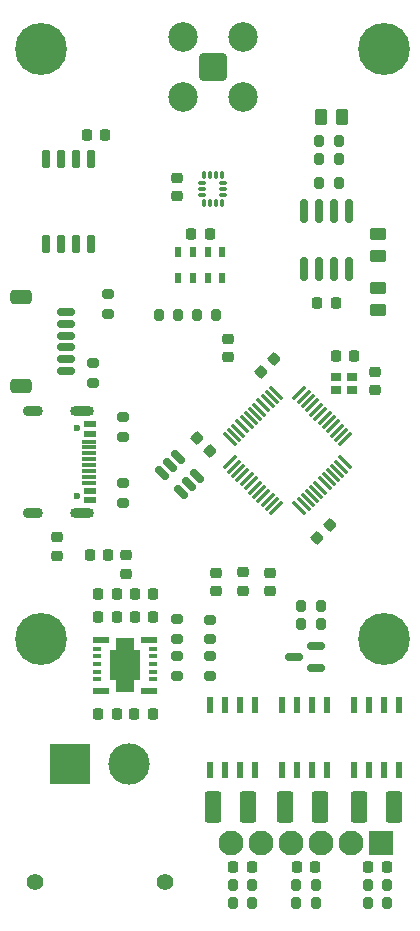
<source format=gbs>
G04 #@! TF.GenerationSoftware,KiCad,Pcbnew,7.0.5*
G04 #@! TF.CreationDate,2023-06-15T17:11:33+02:00*
G04 #@! TF.ProjectId,euroc_controller,6575726f-635f-4636-9f6e-74726f6c6c65,rev?*
G04 #@! TF.SameCoordinates,Original*
G04 #@! TF.FileFunction,Soldermask,Bot*
G04 #@! TF.FilePolarity,Negative*
%FSLAX46Y46*%
G04 Gerber Fmt 4.6, Leading zero omitted, Abs format (unit mm)*
G04 Created by KiCad (PCBNEW 7.0.5) date 2023-06-15 17:11:33*
%MOMM*%
%LPD*%
G01*
G04 APERTURE LIST*
G04 Aperture macros list*
%AMRoundRect*
0 Rectangle with rounded corners*
0 $1 Rounding radius*
0 $2 $3 $4 $5 $6 $7 $8 $9 X,Y pos of 4 corners*
0 Add a 4 corners polygon primitive as box body*
4,1,4,$2,$3,$4,$5,$6,$7,$8,$9,$2,$3,0*
0 Add four circle primitives for the rounded corners*
1,1,$1+$1,$2,$3*
1,1,$1+$1,$4,$5*
1,1,$1+$1,$6,$7*
1,1,$1+$1,$8,$9*
0 Add four rect primitives between the rounded corners*
20,1,$1+$1,$2,$3,$4,$5,0*
20,1,$1+$1,$4,$5,$6,$7,0*
20,1,$1+$1,$6,$7,$8,$9,0*
20,1,$1+$1,$8,$9,$2,$3,0*%
%AMFreePoly0*
4,1,13,0.750000,1.250000,1.250000,1.250000,1.250000,-1.250000,0.750000,-1.250000,0.750000,-2.300000,-0.750000,-2.300000,-0.750000,-1.250000,-1.250000,-1.250000,-1.250000,1.250000,-0.750000,1.250000,-0.750000,2.300000,0.750000,2.300000,0.750000,1.250000,0.750000,1.250000,$1*%
G04 Aperture macros list end*
%ADD10RoundRect,0.200000X0.275000X-0.200000X0.275000X0.200000X-0.275000X0.200000X-0.275000X-0.200000X0*%
%ADD11C,0.700000*%
%ADD12C,4.400000*%
%ADD13C,1.400000*%
%ADD14R,3.500000X3.500000*%
%ADD15C,3.500000*%
%ADD16RoundRect,0.200100X-0.949900X-0.949900X0.949900X-0.949900X0.949900X0.949900X-0.949900X0.949900X0*%
%ADD17C,2.500000*%
%ADD18R,2.100000X2.100000*%
%ADD19C,2.100000*%
%ADD20RoundRect,0.225000X0.250000X-0.225000X0.250000X0.225000X-0.250000X0.225000X-0.250000X-0.225000X0*%
%ADD21R,0.900000X0.800000*%
%ADD22RoundRect,0.200000X-0.275000X0.200000X-0.275000X-0.200000X0.275000X-0.200000X0.275000X0.200000X0*%
%ADD23RoundRect,0.150000X0.150000X-0.825000X0.150000X0.825000X-0.150000X0.825000X-0.150000X-0.825000X0*%
%ADD24RoundRect,0.087500X0.087500X-0.225000X0.087500X0.225000X-0.087500X0.225000X-0.087500X-0.225000X0*%
%ADD25RoundRect,0.087500X0.225000X-0.087500X0.225000X0.087500X-0.225000X0.087500X-0.225000X-0.087500X0*%
%ADD26RoundRect,0.200000X-0.200000X-0.275000X0.200000X-0.275000X0.200000X0.275000X-0.200000X0.275000X0*%
%ADD27RoundRect,0.225000X-0.225000X-0.250000X0.225000X-0.250000X0.225000X0.250000X-0.225000X0.250000X0*%
%ADD28RoundRect,0.250000X0.262500X0.450000X-0.262500X0.450000X-0.262500X-0.450000X0.262500X-0.450000X0*%
%ADD29RoundRect,0.250000X0.450000X-0.262500X0.450000X0.262500X-0.450000X0.262500X-0.450000X-0.262500X0*%
%ADD30RoundRect,0.225000X-0.017678X0.335876X-0.335876X0.017678X0.017678X-0.335876X0.335876X-0.017678X0*%
%ADD31RoundRect,0.218750X0.256250X-0.218750X0.256250X0.218750X-0.256250X0.218750X-0.256250X-0.218750X0*%
%ADD32RoundRect,0.250001X-0.462499X-1.074999X0.462499X-1.074999X0.462499X1.074999X-0.462499X1.074999X0*%
%ADD33RoundRect,0.218750X0.218750X0.256250X-0.218750X0.256250X-0.218750X-0.256250X0.218750X-0.256250X0*%
%ADD34RoundRect,0.150000X0.150000X-0.650000X0.150000X0.650000X-0.150000X0.650000X-0.150000X-0.650000X0*%
%ADD35RoundRect,0.225000X0.225000X0.250000X-0.225000X0.250000X-0.225000X-0.250000X0.225000X-0.250000X0*%
%ADD36RoundRect,0.200000X0.200000X0.275000X-0.200000X0.275000X-0.200000X-0.275000X0.200000X-0.275000X0*%
%ADD37RoundRect,0.218750X-0.256250X0.218750X-0.256250X-0.218750X0.256250X-0.218750X0.256250X0.218750X0*%
%ADD38RoundRect,0.225000X-0.250000X0.225000X-0.250000X-0.225000X0.250000X-0.225000X0.250000X0.225000X0*%
%ADD39RoundRect,0.150000X0.625000X-0.150000X0.625000X0.150000X-0.625000X0.150000X-0.625000X-0.150000X0*%
%ADD40RoundRect,0.250000X0.650000X-0.350000X0.650000X0.350000X-0.650000X0.350000X-0.650000X-0.350000X0*%
%ADD41RoundRect,0.225000X0.017678X-0.335876X0.335876X-0.017678X-0.017678X0.335876X-0.335876X0.017678X0*%
%ADD42RoundRect,0.075000X0.415425X0.521491X-0.521491X-0.415425X-0.415425X-0.521491X0.521491X0.415425X0*%
%ADD43RoundRect,0.075000X-0.415425X0.521491X-0.521491X0.415425X0.415425X-0.521491X0.521491X-0.415425X0*%
%ADD44RoundRect,0.050000X-0.650000X-0.200000X0.650000X-0.200000X0.650000X0.200000X-0.650000X0.200000X0*%
%ADD45RoundRect,0.050050X-0.299950X-0.124950X0.299950X-0.124950X0.299950X0.124950X-0.299950X0.124950X0*%
%ADD46FreePoly0,0.000000*%
%ADD47R,0.533400X1.460500*%
%ADD48RoundRect,0.225000X0.335876X0.017678X0.017678X0.335876X-0.335876X-0.017678X-0.017678X-0.335876X0*%
%ADD49RoundRect,0.150000X0.468458X-0.256326X-0.256326X0.468458X-0.468458X0.256326X0.256326X-0.468458X0*%
%ADD50RoundRect,0.150000X0.587500X0.150000X-0.587500X0.150000X-0.587500X-0.150000X0.587500X-0.150000X0*%
%ADD51R,0.550000X0.950000*%
%ADD52RoundRect,0.250000X-0.450000X0.262500X-0.450000X-0.262500X0.450000X-0.262500X0.450000X0.262500X0*%
%ADD53C,0.600000*%
%ADD54R,1.058000X0.600000*%
%ADD55R,1.160000X0.300000*%
%ADD56O,1.700000X0.900000*%
%ADD57O,2.000000X0.900000*%
G04 APERTURE END LIST*
D10*
X171704000Y-74168000D03*
X171704000Y-75818000D03*
D11*
X165714000Y-97536000D03*
X166197274Y-96369274D03*
X166197274Y-98702726D03*
X167364000Y-95886000D03*
D12*
X167364000Y-97536000D03*
D11*
X167364000Y-99186000D03*
X168530726Y-96369274D03*
X168530726Y-98702726D03*
X169014000Y-97536000D03*
X194714000Y-97536000D03*
X195197274Y-96369274D03*
X195197274Y-98702726D03*
X196364000Y-95886000D03*
D12*
X196364000Y-97536000D03*
D11*
X196364000Y-99186000D03*
X197530726Y-96369274D03*
X197530726Y-98702726D03*
X198014000Y-97536000D03*
D13*
X177800000Y-118110000D03*
X166800000Y-118110000D03*
D14*
X169800000Y-108110000D03*
D15*
X174800000Y-108110000D03*
D11*
X194714000Y-47536000D03*
X195197274Y-46369274D03*
X195197274Y-48702726D03*
X196364000Y-45886000D03*
D12*
X196364000Y-47536000D03*
D11*
X196364000Y-49186000D03*
X197530726Y-46369274D03*
X197530726Y-48702726D03*
X198014000Y-47536000D03*
D16*
X181864000Y-49062000D03*
D17*
X179324000Y-46522000D03*
X179324000Y-51602000D03*
X184404000Y-46522000D03*
X184404000Y-51602000D03*
D18*
X196088000Y-114808000D03*
D19*
X193548000Y-114808000D03*
X191008000Y-114808000D03*
X188468000Y-114808000D03*
X185928000Y-114808000D03*
X183388000Y-114808000D03*
D20*
X183134000Y-73660000D03*
X183134000Y-72110000D03*
D11*
X165714000Y-47536000D03*
X166197274Y-46369274D03*
X166197274Y-48702726D03*
X167364000Y-45886000D03*
D12*
X167364000Y-47536000D03*
D11*
X167364000Y-49186000D03*
X168530726Y-46369274D03*
X168530726Y-48702726D03*
X169014000Y-47536000D03*
D21*
X192272082Y-75328082D03*
X193672082Y-75328082D03*
X193672082Y-76428082D03*
X192272082Y-76428082D03*
D22*
X178816000Y-98969000D03*
X178816000Y-100619000D03*
D23*
X193421000Y-66229000D03*
X192151000Y-66229000D03*
X190881000Y-66229000D03*
X189611000Y-66229000D03*
X189611000Y-61279000D03*
X190881000Y-61279000D03*
X192151000Y-61279000D03*
X193421000Y-61279000D03*
D24*
X182614000Y-60598500D03*
X182114000Y-60598500D03*
X181614000Y-60598500D03*
X181114000Y-60598500D03*
D25*
X180951500Y-59936000D03*
X180951500Y-59436000D03*
X180951500Y-58936000D03*
D24*
X181114000Y-58273500D03*
X181614000Y-58273500D03*
X182114000Y-58273500D03*
X182614000Y-58273500D03*
D25*
X182776500Y-58936000D03*
X182776500Y-59436000D03*
X182776500Y-59936000D03*
D10*
X181610000Y-97536000D03*
X181610000Y-95886000D03*
D26*
X190882000Y-55372000D03*
X192532000Y-55372000D03*
D27*
X172186000Y-95631000D03*
X173736000Y-95631000D03*
D28*
X192833000Y-53340000D03*
X191008000Y-53340000D03*
D29*
X195834000Y-69643000D03*
X195834000Y-67818000D03*
D30*
X187024016Y-73833984D03*
X185928000Y-74930000D03*
D26*
X194983500Y-119888000D03*
X196633500Y-119888000D03*
D31*
X168656000Y-90475000D03*
X168656000Y-88900000D03*
D32*
X194216500Y-111760000D03*
X197191500Y-111760000D03*
D33*
X185166000Y-116840000D03*
X183591000Y-116840000D03*
D31*
X174498000Y-91986500D03*
X174498000Y-90411500D03*
D34*
X171577000Y-64052000D03*
X170307000Y-64052000D03*
X169037000Y-64052000D03*
X167767000Y-64052000D03*
X167767000Y-56852000D03*
X169037000Y-56852000D03*
X170307000Y-56852000D03*
X171577000Y-56852000D03*
D35*
X176810000Y-95631000D03*
X175260000Y-95631000D03*
D22*
X174244000Y-84328000D03*
X174244000Y-85978000D03*
D35*
X173000000Y-90424000D03*
X171450000Y-90424000D03*
D10*
X181610000Y-100647000D03*
X181610000Y-98997000D03*
D36*
X191008000Y-94742000D03*
X189358000Y-94742000D03*
D27*
X172186000Y-103886000D03*
X173736000Y-103886000D03*
D36*
X185203500Y-118364000D03*
X183553500Y-118364000D03*
D37*
X182118000Y-91897000D03*
X182118000Y-93472000D03*
D26*
X190882000Y-56896000D03*
X192532000Y-56896000D03*
D38*
X178816000Y-58446000D03*
X178816000Y-59996000D03*
D39*
X169481510Y-74827640D03*
X169481510Y-73827640D03*
X169481510Y-72827640D03*
X169481510Y-71827640D03*
X169481510Y-70827640D03*
X169481510Y-69827640D03*
D40*
X165606510Y-76127640D03*
X165606510Y-68527640D03*
D36*
X182181000Y-70104000D03*
X180531000Y-70104000D03*
D33*
X190551000Y-116840000D03*
X188976000Y-116840000D03*
D35*
X172746000Y-54864000D03*
X171196000Y-54864000D03*
D41*
X190673984Y-88980016D03*
X191770000Y-87884000D03*
D42*
X189212788Y-76686132D03*
X189566342Y-77039686D03*
X189919895Y-77393239D03*
X190273449Y-77746793D03*
X190627002Y-78100346D03*
X190980555Y-78453899D03*
X191334109Y-78807453D03*
X191687662Y-79161006D03*
X192041215Y-79514559D03*
X192394769Y-79868113D03*
X192748322Y-80221666D03*
X193101876Y-80575220D03*
D43*
X193101876Y-82572796D03*
X192748322Y-82926350D03*
X192394769Y-83279903D03*
X192041215Y-83633457D03*
X191687662Y-83987010D03*
X191334109Y-84340563D03*
X190980555Y-84694117D03*
X190627002Y-85047670D03*
X190273449Y-85401223D03*
X189919895Y-85754777D03*
X189566342Y-86108330D03*
X189212788Y-86461884D03*
D42*
X187215212Y-86461884D03*
X186861658Y-86108330D03*
X186508105Y-85754777D03*
X186154551Y-85401223D03*
X185800998Y-85047670D03*
X185447445Y-84694117D03*
X185093891Y-84340563D03*
X184740338Y-83987010D03*
X184386785Y-83633457D03*
X184033231Y-83279903D03*
X183679678Y-82926350D03*
X183326124Y-82572796D03*
D43*
X183326124Y-80575220D03*
X183679678Y-80221666D03*
X184033231Y-79868113D03*
X184386785Y-79514559D03*
X184740338Y-79161006D03*
X185093891Y-78807453D03*
X185447445Y-78453899D03*
X185800998Y-78100346D03*
X186154551Y-77746793D03*
X186508105Y-77393239D03*
X186861658Y-77039686D03*
X187215212Y-76686132D03*
D27*
X180060000Y-63246000D03*
X181610000Y-63246000D03*
D10*
X174244000Y-80390000D03*
X174244000Y-78740000D03*
D26*
X188938500Y-119888000D03*
X190588500Y-119888000D03*
D37*
X186690000Y-91897000D03*
X186690000Y-93472000D03*
X184404000Y-91871500D03*
X184404000Y-93446500D03*
D26*
X189358000Y-96266000D03*
X191008000Y-96266000D03*
D36*
X192532000Y-58928000D03*
X190882000Y-58928000D03*
D10*
X172974000Y-69976000D03*
X172974000Y-68326000D03*
D26*
X177292000Y-70104000D03*
X178942000Y-70104000D03*
D44*
X172437000Y-101901000D03*
D45*
X172087000Y-100926000D03*
X172087000Y-100276000D03*
X172087000Y-99626000D03*
X172087000Y-98976000D03*
X172087000Y-98326000D03*
D44*
X172437000Y-97601000D03*
X176437000Y-97601000D03*
D45*
X176787000Y-98326000D03*
X176787000Y-98976000D03*
X176787000Y-99626000D03*
X176787000Y-100276000D03*
X176787000Y-100926000D03*
D44*
X176437000Y-101901000D03*
D46*
X174437000Y-99756000D03*
D47*
X181610000Y-103124000D03*
X182880000Y-103124000D03*
X184150000Y-103124000D03*
X185420000Y-103124000D03*
X185420000Y-108572300D03*
X184150000Y-108572300D03*
X182880000Y-108572300D03*
X181610000Y-108572300D03*
X187706000Y-103124000D03*
X188976000Y-103124000D03*
X190246000Y-103124000D03*
X191516000Y-103124000D03*
X191516000Y-108572300D03*
X190246000Y-108572300D03*
X188976000Y-108572300D03*
X187706000Y-108572300D03*
D35*
X176784000Y-103886000D03*
X175234000Y-103886000D03*
D26*
X183553500Y-119888000D03*
X185203500Y-119888000D03*
D48*
X181650008Y-81574008D03*
X180553992Y-80477992D03*
D27*
X172186000Y-93726000D03*
X173736000Y-93726000D03*
D22*
X178816000Y-95834500D03*
X178816000Y-97484500D03*
D35*
X176810000Y-93726000D03*
X175260000Y-93726000D03*
D36*
X190588500Y-118364000D03*
X188938500Y-118364000D03*
D49*
X180546085Y-83698583D03*
X179874334Y-84370334D03*
X179202583Y-85042085D03*
X177593915Y-83433417D03*
X178265666Y-82761666D03*
X178937417Y-82089915D03*
D27*
X192278000Y-73533000D03*
X193828000Y-73533000D03*
D32*
X187996500Y-111760000D03*
X190971500Y-111760000D03*
D27*
X190728000Y-69088000D03*
X192278000Y-69088000D03*
D50*
X190597000Y-98110000D03*
X190597000Y-100010000D03*
X188722000Y-99060000D03*
D32*
X181900500Y-111760000D03*
X184875500Y-111760000D03*
D20*
X195580000Y-76467000D03*
X195580000Y-74917000D03*
D51*
X178947000Y-64770000D03*
X180197000Y-64770000D03*
X181447000Y-64770000D03*
X182697000Y-64770000D03*
X182697000Y-66920000D03*
X181447000Y-66920000D03*
X180197000Y-66920000D03*
X178947000Y-66920000D03*
D52*
X195834000Y-63246000D03*
X195834000Y-65071000D03*
D33*
X196596000Y-116840000D03*
X195021000Y-116840000D03*
D53*
X170360000Y-85440000D03*
X170360000Y-79660000D03*
D54*
X171471000Y-85750000D03*
X171471000Y-84950000D03*
D55*
X171420000Y-83800000D03*
X171420000Y-82800000D03*
X171420000Y-82300000D03*
X171420000Y-81300000D03*
D54*
X171471000Y-80150000D03*
X171471000Y-79350000D03*
X171471000Y-79350000D03*
X171471000Y-80150000D03*
D55*
X171420000Y-80800000D03*
X171420000Y-81800000D03*
X171420000Y-83300000D03*
X171420000Y-84300000D03*
D54*
X171471000Y-84950000D03*
X171471000Y-85750000D03*
D56*
X166670000Y-86870000D03*
D57*
X170840000Y-86870000D03*
D56*
X166670000Y-78230000D03*
D57*
X170840000Y-78230000D03*
D36*
X196633500Y-118364000D03*
X194983500Y-118364000D03*
D47*
X193802000Y-103124000D03*
X195072000Y-103124000D03*
X196342000Y-103124000D03*
X197612000Y-103124000D03*
X197612000Y-108572300D03*
X196342000Y-108572300D03*
X195072000Y-108572300D03*
X193802000Y-108572300D03*
M02*

</source>
